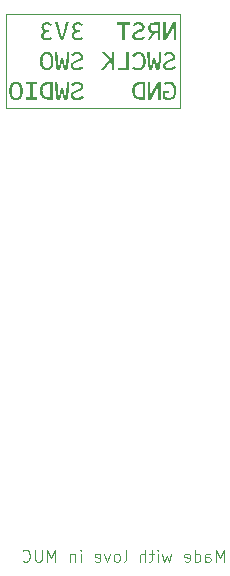
<source format=gbr>
%TF.GenerationSoftware,KiCad,Pcbnew,9.0.4*%
%TF.CreationDate,2025-10-04T20:06:30+02:00*%
%TF.ProjectId,gpsdo,67707364-6f2e-46b6-9963-61645f706362,rev?*%
%TF.SameCoordinates,Original*%
%TF.FileFunction,Legend,Bot*%
%TF.FilePolarity,Positive*%
%FSLAX46Y46*%
G04 Gerber Fmt 4.6, Leading zero omitted, Abs format (unit mm)*
G04 Created by KiCad (PCBNEW 9.0.4) date 2025-10-04 20:06:30*
%MOMM*%
%LPD*%
G01*
G04 APERTURE LIST*
G04 Aperture macros list*
%AMRoundRect*
0 Rectangle with rounded corners*
0 $1 Rounding radius*
0 $2 $3 $4 $5 $6 $7 $8 $9 X,Y pos of 4 corners*
0 Add a 4 corners polygon primitive as box body*
4,1,4,$2,$3,$4,$5,$6,$7,$8,$9,$2,$3,0*
0 Add four circle primitives for the rounded corners*
1,1,$1+$1,$2,$3*
1,1,$1+$1,$4,$5*
1,1,$1+$1,$6,$7*
1,1,$1+$1,$8,$9*
0 Add four rect primitives between the rounded corners*
20,1,$1+$1,$2,$3,$4,$5,0*
20,1,$1+$1,$4,$5,$6,$7,0*
20,1,$1+$1,$6,$7,$8,$9,0*
20,1,$1+$1,$8,$9,$2,$3,0*%
G04 Aperture macros list end*
%ADD10C,0.100000*%
%ADD11C,0.200000*%
%ADD12C,3.600000*%
%ADD13C,5.600000*%
%ADD14R,1.700000X1.700000*%
%ADD15C,1.700000*%
%ADD16RoundRect,0.250000X1.600000X-0.425000X1.600000X0.425000X-1.600000X0.425000X-1.600000X-0.425000X0*%
%ADD17C,0.650000*%
%ADD18O,1.000000X2.100000*%
%ADD19O,1.000000X1.800000*%
%ADD20C,2.540000*%
G04 APERTURE END LIST*
D10*
X115250000Y-87500000D02*
X130000000Y-87500000D01*
X130000000Y-95500000D01*
X115250000Y-95500000D01*
X115250000Y-87500000D01*
D11*
G36*
X129632763Y-88210233D02*
G01*
X129379239Y-88210233D01*
X128771074Y-89347062D01*
X128771074Y-88210233D01*
X128565910Y-88210233D01*
X128565910Y-89705000D01*
X128811099Y-89705000D01*
X129427599Y-88563958D01*
X129427599Y-89705000D01*
X129632763Y-89705000D01*
X129632763Y-88210233D01*
G37*
G36*
X128313852Y-89705000D02*
G01*
X128108688Y-89705000D01*
X128108688Y-89112955D01*
X127848844Y-89112955D01*
X127454269Y-89705000D01*
X127232344Y-89705000D01*
X127232344Y-89684025D01*
X127629117Y-89098392D01*
X127545160Y-89075265D01*
X127475885Y-89042671D01*
X127418995Y-89001157D01*
X127372845Y-88950472D01*
X127326796Y-88870310D01*
X127298142Y-88775977D01*
X127288032Y-88664067D01*
X127288039Y-88663975D01*
X127487517Y-88663975D01*
X127495893Y-88738509D01*
X127519871Y-88801359D01*
X127559324Y-88855126D01*
X127612076Y-88894760D01*
X127683964Y-88920489D01*
X127781158Y-88930047D01*
X128108688Y-88930047D01*
X128108688Y-88397812D01*
X127781158Y-88397812D01*
X127683974Y-88406633D01*
X127611752Y-88430333D01*
X127558579Y-88466516D01*
X127520556Y-88515362D01*
X127496366Y-88579587D01*
X127487517Y-88663975D01*
X127288039Y-88663975D01*
X127296350Y-88557501D01*
X127319693Y-88468717D01*
X127356573Y-88394502D01*
X127406825Y-88332416D01*
X127469122Y-88284352D01*
X127549401Y-88247737D01*
X127651913Y-88223714D01*
X127781982Y-88214904D01*
X128313852Y-88214904D01*
X128313852Y-89705000D01*
G37*
G36*
X127040186Y-89512292D02*
G01*
X126907837Y-89368769D01*
X126811235Y-89443185D01*
X126701024Y-89499652D01*
X126582933Y-89535099D01*
X126464628Y-89546730D01*
X126366717Y-89539251D01*
X126288944Y-89518716D01*
X126227315Y-89487013D01*
X126177710Y-89441590D01*
X126148968Y-89388300D01*
X126139113Y-89324347D01*
X126144301Y-89282958D01*
X126159530Y-89246347D01*
X126185367Y-89213247D01*
X126236754Y-89170736D01*
X126306084Y-89130357D01*
X126470856Y-89060015D01*
X126651474Y-88986651D01*
X126738658Y-88943147D01*
X126816338Y-88894327D01*
X126884182Y-88836428D01*
X126937055Y-88769488D01*
X126962141Y-88719309D01*
X126977742Y-88661457D01*
X126983217Y-88594275D01*
X126977764Y-88528445D01*
X126961947Y-88469416D01*
X126936047Y-88415947D01*
X126881700Y-88344755D01*
X126812399Y-88285887D01*
X126732641Y-88240029D01*
X126645887Y-88207211D01*
X126556122Y-88187313D01*
X126471955Y-88180924D01*
X126378108Y-88187205D01*
X126287585Y-88205909D01*
X126199563Y-88237161D01*
X126116798Y-88280179D01*
X126043038Y-88333425D01*
X125977455Y-88397354D01*
X126114200Y-88525123D01*
X126202765Y-88451694D01*
X126283369Y-88407887D01*
X126369979Y-88383082D01*
X126471314Y-88374364D01*
X126540234Y-88380807D01*
X126611082Y-88400651D01*
X126676529Y-88433023D01*
X126729784Y-88476214D01*
X126756823Y-88511423D01*
X126772682Y-88549783D01*
X126778053Y-88592534D01*
X126772865Y-88635517D01*
X126757661Y-88673596D01*
X126731982Y-88708031D01*
X126680412Y-88752319D01*
X126610532Y-88794035D01*
X126445027Y-88867399D01*
X126265875Y-88942962D01*
X126179588Y-88986062D01*
X126101469Y-89034187D01*
X126032832Y-89091107D01*
X125980020Y-89156919D01*
X125954874Y-89206339D01*
X125939358Y-89262478D01*
X125933949Y-89326820D01*
X125942903Y-89417441D01*
X125968689Y-89496166D01*
X126010979Y-89565444D01*
X126071153Y-89626872D01*
X126141856Y-89673658D01*
X126228853Y-89709019D01*
X126335510Y-89731903D01*
X126465910Y-89740170D01*
X126576287Y-89732837D01*
X126682112Y-89711058D01*
X126784372Y-89674774D01*
X126881967Y-89626437D01*
X126966824Y-89572231D01*
X127040186Y-89512292D01*
G37*
G36*
X125295010Y-89705000D02*
G01*
X125295010Y-88397812D01*
X125740509Y-88397812D01*
X125740509Y-88214904D01*
X124650209Y-88214904D01*
X124650209Y-88397812D01*
X125089846Y-88397812D01*
X125089846Y-89705000D01*
X125295010Y-89705000D01*
G37*
G36*
X120822435Y-89296412D02*
G01*
X120829024Y-89381857D01*
X120848063Y-89458123D01*
X120879038Y-89526763D01*
X120921851Y-89588477D01*
X120974871Y-89640469D01*
X121039139Y-89683476D01*
X121110204Y-89714233D01*
X121191519Y-89733437D01*
X121285061Y-89740170D01*
X121393714Y-89735257D01*
X121484208Y-89721630D01*
X121559193Y-89700695D01*
X121668133Y-89652853D01*
X121780935Y-89584282D01*
X121675972Y-89428761D01*
X121601784Y-89477421D01*
X121519168Y-89519344D01*
X121429402Y-89547433D01*
X121324629Y-89557263D01*
X121228674Y-89547474D01*
X121156294Y-89520851D01*
X121101879Y-89479319D01*
X121060203Y-89423821D01*
X121035825Y-89364012D01*
X121027599Y-89298060D01*
X121037381Y-89227568D01*
X121066112Y-89166242D01*
X121115343Y-89111581D01*
X121177851Y-89071552D01*
X121257023Y-89046014D01*
X121357418Y-89036751D01*
X121470167Y-89036751D01*
X121470167Y-88853844D01*
X121352656Y-88853844D01*
X121254628Y-88844435D01*
X121182244Y-88819162D01*
X121129265Y-88780388D01*
X121089514Y-88727493D01*
X121065358Y-88665341D01*
X121056908Y-88591252D01*
X121065969Y-88520793D01*
X121091236Y-88466414D01*
X121132471Y-88424190D01*
X121185258Y-88393626D01*
X121244865Y-88374971D01*
X121312997Y-88368503D01*
X121390293Y-88377584D01*
X121473464Y-88406330D01*
X121552025Y-88451188D01*
X121623490Y-88511385D01*
X121759961Y-88381142D01*
X121678573Y-88310162D01*
X121591731Y-88255927D01*
X121498565Y-88217236D01*
X121397834Y-88193667D01*
X121287992Y-88185595D01*
X121205279Y-88191222D01*
X121130900Y-88207489D01*
X121063594Y-88233864D01*
X121001911Y-88270901D01*
X120950512Y-88316186D01*
X120908347Y-88370243D01*
X120877385Y-88431226D01*
X120858354Y-88499898D01*
X120851744Y-88577971D01*
X120857525Y-88650799D01*
X120874623Y-88719391D01*
X120903127Y-88784692D01*
X120942315Y-88843877D01*
X120991903Y-88895095D01*
X121052970Y-88938932D01*
X120992050Y-88973629D01*
X120937563Y-89019843D01*
X120888930Y-89078791D01*
X120852110Y-89145224D01*
X120829984Y-89217233D01*
X120822435Y-89296412D01*
G37*
G36*
X120560942Y-88213164D02*
G01*
X120348818Y-88213164D01*
X120259028Y-88598559D01*
X120174520Y-88929773D01*
X120082663Y-89241395D01*
X119989689Y-89501209D01*
X119896784Y-89241399D01*
X119804950Y-88929773D01*
X119720441Y-88598559D01*
X119630652Y-88213164D01*
X119418527Y-88213164D01*
X119530179Y-88678079D01*
X119637979Y-89064228D01*
X119718546Y-89311133D01*
X119799532Y-89523559D01*
X119880512Y-89705000D01*
X120098957Y-89705000D01*
X120178864Y-89523676D01*
X120259460Y-89311249D01*
X120340391Y-89064228D01*
X120448955Y-88678072D01*
X120560942Y-88213164D01*
G37*
G36*
X118219783Y-89296412D02*
G01*
X118226372Y-89381857D01*
X118245411Y-89458123D01*
X118276386Y-89526763D01*
X118319199Y-89588477D01*
X118372220Y-89640469D01*
X118436488Y-89683476D01*
X118507553Y-89714233D01*
X118588868Y-89733437D01*
X118682410Y-89740170D01*
X118791062Y-89735257D01*
X118881556Y-89721630D01*
X118956542Y-89700695D01*
X119065481Y-89652853D01*
X119178284Y-89584282D01*
X119073320Y-89428761D01*
X118999132Y-89477421D01*
X118916516Y-89519344D01*
X118826750Y-89547433D01*
X118721977Y-89557263D01*
X118626022Y-89547474D01*
X118553642Y-89520851D01*
X118499228Y-89479319D01*
X118457552Y-89423821D01*
X118433173Y-89364012D01*
X118424947Y-89298060D01*
X118434729Y-89227568D01*
X118463460Y-89166242D01*
X118512691Y-89111581D01*
X118575199Y-89071552D01*
X118654371Y-89046014D01*
X118754767Y-89036751D01*
X118867515Y-89036751D01*
X118867515Y-88853844D01*
X118750004Y-88853844D01*
X118651976Y-88844435D01*
X118579592Y-88819162D01*
X118526613Y-88780388D01*
X118486862Y-88727493D01*
X118462706Y-88665341D01*
X118454256Y-88591252D01*
X118463318Y-88520793D01*
X118488584Y-88466414D01*
X118529819Y-88424190D01*
X118582607Y-88393626D01*
X118642213Y-88374971D01*
X118710345Y-88368503D01*
X118787642Y-88377584D01*
X118870812Y-88406330D01*
X118949374Y-88451188D01*
X119020839Y-88511385D01*
X119157309Y-88381142D01*
X119075921Y-88310162D01*
X118989080Y-88255927D01*
X118895913Y-88217236D01*
X118795182Y-88193667D01*
X118685341Y-88185595D01*
X118602627Y-88191222D01*
X118528249Y-88207489D01*
X118460942Y-88233864D01*
X118399259Y-88270901D01*
X118347861Y-88316186D01*
X118305696Y-88370243D01*
X118274734Y-88431226D01*
X118255702Y-88499898D01*
X118249092Y-88577971D01*
X118254873Y-88650799D01*
X118271971Y-88719391D01*
X118300475Y-88784692D01*
X118339663Y-88843877D01*
X118389252Y-88895095D01*
X118450318Y-88938932D01*
X118389399Y-88973629D01*
X118334912Y-89019843D01*
X118286278Y-89078791D01*
X118249458Y-89145224D01*
X118227332Y-89217233D01*
X118219783Y-89296412D01*
G37*
G36*
X129642838Y-92032292D02*
G01*
X129510489Y-91888769D01*
X129413887Y-91963185D01*
X129303676Y-92019652D01*
X129185585Y-92055099D01*
X129067280Y-92066730D01*
X128969369Y-92059251D01*
X128891596Y-92038716D01*
X128829967Y-92007013D01*
X128780361Y-91961590D01*
X128751620Y-91908300D01*
X128741765Y-91844347D01*
X128746953Y-91802958D01*
X128762182Y-91766347D01*
X128788019Y-91733247D01*
X128839406Y-91690736D01*
X128908736Y-91650357D01*
X129073508Y-91580015D01*
X129254125Y-91506651D01*
X129341310Y-91463147D01*
X129418989Y-91414327D01*
X129486833Y-91356428D01*
X129539706Y-91289488D01*
X129564793Y-91239309D01*
X129580394Y-91181457D01*
X129585868Y-91114275D01*
X129580416Y-91048445D01*
X129564599Y-90989416D01*
X129538699Y-90935947D01*
X129484352Y-90864755D01*
X129415051Y-90805887D01*
X129335292Y-90760029D01*
X129248538Y-90727211D01*
X129158774Y-90707313D01*
X129074607Y-90700924D01*
X128980760Y-90707205D01*
X128890236Y-90725909D01*
X128802215Y-90757161D01*
X128719449Y-90800179D01*
X128645690Y-90853425D01*
X128580107Y-90917354D01*
X128716852Y-91045123D01*
X128805417Y-90971694D01*
X128886021Y-90927887D01*
X128972631Y-90903082D01*
X129073966Y-90894364D01*
X129142885Y-90900807D01*
X129213734Y-90920651D01*
X129279181Y-90953023D01*
X129332436Y-90996214D01*
X129359475Y-91031423D01*
X129375333Y-91069783D01*
X129380704Y-91112534D01*
X129375517Y-91155517D01*
X129360313Y-91193596D01*
X129334634Y-91228031D01*
X129283064Y-91272319D01*
X129213184Y-91314035D01*
X129047679Y-91387399D01*
X128868527Y-91462962D01*
X128782240Y-91506062D01*
X128704121Y-91554187D01*
X128635483Y-91611107D01*
X128582671Y-91676919D01*
X128557526Y-91726339D01*
X128542010Y-91782478D01*
X128536601Y-91846820D01*
X128545555Y-91937441D01*
X128571341Y-92016166D01*
X128613631Y-92085444D01*
X128673804Y-92146872D01*
X128744507Y-92193658D01*
X128831505Y-92229019D01*
X128938161Y-92251903D01*
X129068562Y-92260170D01*
X129178938Y-92252837D01*
X129284764Y-92231058D01*
X129387024Y-92194774D01*
X129484619Y-92146437D01*
X129569476Y-92092231D01*
X129642838Y-92032292D01*
G37*
G36*
X128387124Y-90730233D02*
G01*
X128177198Y-90730233D01*
X128176977Y-91116664D01*
X128160437Y-91444002D01*
X128128772Y-91751953D01*
X128089087Y-92001884D01*
X127885480Y-91229221D01*
X127704954Y-91229221D01*
X127501347Y-91999777D01*
X127464316Y-91749991D01*
X127434760Y-91442903D01*
X127417374Y-91116306D01*
X127411130Y-90730233D01*
X127205966Y-90730233D01*
X127211053Y-91060949D01*
X127225406Y-91349459D01*
X127247732Y-91599707D01*
X127280772Y-91849984D01*
X127317991Y-92056551D01*
X127358282Y-92225000D01*
X127633605Y-92225000D01*
X127795263Y-91570307D01*
X127956830Y-92225000D01*
X128231786Y-92225000D01*
X128272006Y-92056548D01*
X128309622Y-91849971D01*
X128343619Y-91599707D01*
X128366873Y-91349471D01*
X128381825Y-91060969D01*
X128387124Y-90730233D01*
G37*
G36*
X126430098Y-92260170D02*
G01*
X126561484Y-92249265D01*
X126675320Y-92218087D01*
X126774755Y-92167755D01*
X126861787Y-92098238D01*
X126934891Y-92010500D01*
X126994665Y-91901958D01*
X127035790Y-91783959D01*
X127061898Y-91646691D01*
X127071144Y-91486867D01*
X127063751Y-91334513D01*
X127042887Y-91203143D01*
X127010169Y-91090001D01*
X126966687Y-90992646D01*
X126912966Y-90909019D01*
X126844651Y-90834052D01*
X126767844Y-90776661D01*
X126681432Y-90735358D01*
X126583598Y-90709822D01*
X126471955Y-90700924D01*
X126344296Y-90710935D01*
X126239608Y-90738835D01*
X126153585Y-90782623D01*
X126079144Y-90844331D01*
X126012079Y-90928085D01*
X125952451Y-91038071D01*
X126122535Y-91122335D01*
X126166314Y-91048515D01*
X126213252Y-90991029D01*
X126263311Y-90947487D01*
X126320582Y-90915538D01*
X126388329Y-90895569D01*
X126469024Y-90888503D01*
X126558425Y-90898634D01*
X126635190Y-90927861D01*
X126702193Y-90976319D01*
X126761017Y-91046589D01*
X126804062Y-91126570D01*
X126836928Y-91224248D01*
X126858275Y-91343030D01*
X126865980Y-91486867D01*
X126857616Y-91626669D01*
X126834348Y-91742617D01*
X126798262Y-91838580D01*
X126750484Y-91917803D01*
X126686995Y-91985715D01*
X126614070Y-92033343D01*
X126529841Y-92062439D01*
X126431289Y-92072592D01*
X126321535Y-92063816D01*
X126227590Y-92038886D01*
X126139732Y-91995628D01*
X126046973Y-91927237D01*
X125927263Y-92080927D01*
X126005454Y-92140479D01*
X126081765Y-92185854D01*
X126156699Y-92218497D01*
X126235263Y-92240897D01*
X126325805Y-92255138D01*
X126430098Y-92260170D01*
G37*
G36*
X124714689Y-92042092D02*
G01*
X124714689Y-92225000D01*
X125634996Y-92225000D01*
X125634996Y-90733164D01*
X125429832Y-90733164D01*
X125429832Y-92042092D01*
X124714689Y-92042092D01*
G37*
G36*
X123567236Y-92225000D02*
G01*
X124079963Y-91568108D01*
X124187124Y-91702839D01*
X124187124Y-92225000D01*
X124392288Y-92225000D01*
X124392288Y-90730233D01*
X124187124Y-90730233D01*
X124187124Y-91385018D01*
X123626129Y-90730233D01*
X123392847Y-90730233D01*
X123392847Y-90751299D01*
X123953842Y-91408099D01*
X123322505Y-92203934D01*
X123322505Y-92225000D01*
X123567236Y-92225000D01*
G37*
G36*
X121834883Y-92032292D02*
G01*
X121702534Y-91888769D01*
X121605932Y-91963185D01*
X121495721Y-92019652D01*
X121377630Y-92055099D01*
X121259324Y-92066730D01*
X121161414Y-92059251D01*
X121083641Y-92038716D01*
X121022012Y-92007013D01*
X120972406Y-91961590D01*
X120943665Y-91908300D01*
X120933810Y-91844347D01*
X120938997Y-91802958D01*
X120954227Y-91766347D01*
X120980063Y-91733247D01*
X121031451Y-91690736D01*
X121100780Y-91650357D01*
X121265553Y-91580015D01*
X121446170Y-91506651D01*
X121533354Y-91463147D01*
X121611034Y-91414327D01*
X121678878Y-91356428D01*
X121731751Y-91289488D01*
X121756837Y-91239309D01*
X121772439Y-91181457D01*
X121777913Y-91114275D01*
X121772461Y-91048445D01*
X121756644Y-90989416D01*
X121730744Y-90935947D01*
X121676397Y-90864755D01*
X121607096Y-90805887D01*
X121527337Y-90760029D01*
X121440583Y-90727211D01*
X121350819Y-90707313D01*
X121266652Y-90700924D01*
X121172805Y-90707205D01*
X121082281Y-90725909D01*
X120994260Y-90757161D01*
X120911494Y-90800179D01*
X120837735Y-90853425D01*
X120772151Y-90917354D01*
X120908897Y-91045123D01*
X120997462Y-90971694D01*
X121078066Y-90927887D01*
X121164676Y-90903082D01*
X121266010Y-90894364D01*
X121334930Y-90900807D01*
X121405778Y-90920651D01*
X121471226Y-90953023D01*
X121524480Y-90996214D01*
X121551520Y-91031423D01*
X121567378Y-91069783D01*
X121572749Y-91112534D01*
X121567562Y-91155517D01*
X121552357Y-91193596D01*
X121526679Y-91228031D01*
X121475109Y-91272319D01*
X121405229Y-91314035D01*
X121239724Y-91387399D01*
X121060572Y-91462962D01*
X120974285Y-91506062D01*
X120896166Y-91554187D01*
X120827528Y-91611107D01*
X120774716Y-91676919D01*
X120749571Y-91726339D01*
X120734054Y-91782478D01*
X120728646Y-91846820D01*
X120737599Y-91937441D01*
X120763385Y-92016166D01*
X120805676Y-92085444D01*
X120865849Y-92146872D01*
X120936552Y-92193658D01*
X121023550Y-92229019D01*
X121130206Y-92251903D01*
X121260607Y-92260170D01*
X121370983Y-92252837D01*
X121476808Y-92231058D01*
X121579069Y-92194774D01*
X121676664Y-92146437D01*
X121761520Y-92092231D01*
X121834883Y-92032292D01*
G37*
G36*
X120579169Y-90730233D02*
G01*
X120369242Y-90730233D01*
X120369022Y-91116664D01*
X120352481Y-91444002D01*
X120320817Y-91751953D01*
X120281132Y-92001884D01*
X120077525Y-91229221D01*
X119896999Y-91229221D01*
X119693392Y-91999777D01*
X119656361Y-91749991D01*
X119626805Y-91442903D01*
X119609418Y-91116306D01*
X119603175Y-90730233D01*
X119398011Y-90730233D01*
X119403097Y-91060949D01*
X119417451Y-91349459D01*
X119439776Y-91599707D01*
X119472816Y-91849984D01*
X119510036Y-92056551D01*
X119550327Y-92225000D01*
X119825649Y-92225000D01*
X119987308Y-91570307D01*
X120148874Y-92225000D01*
X120423831Y-92225000D01*
X120464051Y-92056548D01*
X120501667Y-91849971D01*
X120535663Y-91599707D01*
X120558918Y-91349471D01*
X120573870Y-91060969D01*
X120579169Y-90730233D01*
G37*
G36*
X118793601Y-90708138D02*
G01*
X118880420Y-90728518D01*
X118954618Y-90760825D01*
X119021897Y-90805879D01*
X119079978Y-90861267D01*
X119129557Y-90927887D01*
X119169432Y-91001456D01*
X119202019Y-91083786D01*
X119227010Y-91175915D01*
X119249498Y-91319979D01*
X119257327Y-91480547D01*
X119249499Y-91641208D01*
X119227010Y-91785362D01*
X119202022Y-91877431D01*
X119169436Y-91959731D01*
X119129557Y-92033299D01*
X119079987Y-92099868D01*
X119021906Y-92155259D01*
X118954618Y-92200362D01*
X118880426Y-92232617D01*
X118793606Y-92252967D01*
X118691660Y-92260170D01*
X118588342Y-92252935D01*
X118500899Y-92232555D01*
X118426687Y-92200362D01*
X118359412Y-92155212D01*
X118301681Y-92099821D01*
X118252756Y-92033299D01*
X118196504Y-91919808D01*
X118156402Y-91785362D01*
X118133846Y-91641205D01*
X118125994Y-91480547D01*
X118331158Y-91480547D01*
X118335202Y-91596684D01*
X118347003Y-91705220D01*
X118369151Y-91808240D01*
X118401775Y-91895180D01*
X118431796Y-91947194D01*
X118468233Y-91990249D01*
X118511409Y-92025331D01*
X118560592Y-92050736D01*
X118619902Y-92066838D01*
X118691660Y-92072592D01*
X118763415Y-92066817D01*
X118822356Y-92050699D01*
X118870904Y-92025331D01*
X118932452Y-91969897D01*
X118980539Y-91895180D01*
X119013947Y-91808178D01*
X119036409Y-91705220D01*
X119048142Y-91596687D01*
X119052163Y-91480547D01*
X119048133Y-91364607D01*
X119036409Y-91256974D01*
X119013982Y-91154898D01*
X118980539Y-91068021D01*
X118932499Y-90993103D01*
X118870904Y-90936863D01*
X118822279Y-90910874D01*
X118763341Y-90894398D01*
X118691660Y-90888503D01*
X118619975Y-90894378D01*
X118560668Y-90910837D01*
X118511409Y-90936863D01*
X118449158Y-90993231D01*
X118401775Y-91068021D01*
X118369117Y-91154837D01*
X118347003Y-91256974D01*
X118335211Y-91364609D01*
X118331158Y-91480547D01*
X118125994Y-91480547D01*
X118133846Y-91319982D01*
X118156402Y-91175915D01*
X118196508Y-91041390D01*
X118252756Y-90927887D01*
X118301690Y-90861314D01*
X118359422Y-90805926D01*
X118426687Y-90760825D01*
X118500905Y-90728580D01*
X118588348Y-90708170D01*
X118691660Y-90700924D01*
X118793601Y-90708138D01*
G37*
G36*
X129080927Y-94034528D02*
G01*
X128542463Y-94034528D01*
X128542463Y-94613475D01*
X128617980Y-94669050D01*
X128691456Y-94711315D01*
X128763381Y-94741611D01*
X128880371Y-94769936D01*
X129024232Y-94780170D01*
X129156178Y-94769261D01*
X129270468Y-94738077D01*
X129370263Y-94687755D01*
X129457719Y-94618207D01*
X129531152Y-94530461D01*
X129591181Y-94421958D01*
X129632457Y-94303944D01*
X129658657Y-94166676D01*
X129667934Y-94006867D01*
X129660342Y-93854787D01*
X129638904Y-93723556D01*
X129605241Y-93610410D01*
X129560419Y-93512911D01*
X129504902Y-93429019D01*
X129435155Y-93355559D01*
X129354169Y-93298367D01*
X129260348Y-93256495D01*
X129151313Y-93230199D01*
X129024049Y-93220924D01*
X128891291Y-93229993D01*
X128776844Y-93255729D01*
X128672517Y-93296757D01*
X128590640Y-93345305D01*
X128684795Y-93494965D01*
X128764626Y-93451582D01*
X128853415Y-93425630D01*
X128944157Y-93412511D01*
X129020019Y-93408503D01*
X129112751Y-93415717D01*
X129190518Y-93436018D01*
X129255985Y-93468176D01*
X129311182Y-93512071D01*
X129357349Y-93568695D01*
X129400792Y-93649801D01*
X129433788Y-93747701D01*
X129455108Y-93865515D01*
X129462770Y-94006867D01*
X129454346Y-94145353D01*
X129430851Y-94260782D01*
X129394293Y-94356863D01*
X129345717Y-94436704D01*
X129281427Y-94505149D01*
X129207810Y-94553115D01*
X129123015Y-94582388D01*
X129024049Y-94592592D01*
X128921718Y-94584753D01*
X128830183Y-94562083D01*
X128747627Y-94525181D01*
X128747627Y-94217435D01*
X129080927Y-94217435D01*
X129080927Y-94034528D01*
G37*
G36*
X128331437Y-93250233D02*
G01*
X128077913Y-93250233D01*
X127469748Y-94387062D01*
X127469748Y-93250233D01*
X127264584Y-93250233D01*
X127264584Y-94745000D01*
X127509774Y-94745000D01*
X128126273Y-93603958D01*
X128126273Y-94745000D01*
X128331437Y-94745000D01*
X128331437Y-93250233D01*
G37*
G36*
X127012526Y-94745000D02*
G01*
X126599084Y-94745000D01*
X126494302Y-94738643D01*
X126400552Y-94720346D01*
X126316319Y-94690896D01*
X126240321Y-94650569D01*
X126171023Y-94598886D01*
X126110241Y-94537025D01*
X126057474Y-94464102D01*
X126012626Y-94378818D01*
X125970327Y-94258110D01*
X125943465Y-94117553D01*
X125933949Y-93953744D01*
X125933954Y-93953653D01*
X126139113Y-93953653D01*
X126144355Y-94060767D01*
X126160179Y-94168434D01*
X126189054Y-94271997D01*
X126232719Y-94365263D01*
X126271264Y-94420930D01*
X126317958Y-94468443D01*
X126373495Y-94508420D01*
X126435196Y-94537186D01*
X126509569Y-94555526D01*
X126599358Y-94562092D01*
X126807362Y-94562092D01*
X126807362Y-93437812D01*
X126586719Y-93437812D01*
X126486708Y-93446697D01*
X126400725Y-93472073D01*
X126326121Y-93513122D01*
X126261021Y-93570527D01*
X126210251Y-93639725D01*
X126172290Y-93724372D01*
X126147896Y-93827674D01*
X126139113Y-93953653D01*
X125933954Y-93953653D01*
X125940561Y-93824156D01*
X125958969Y-93715728D01*
X125987438Y-93625299D01*
X126028629Y-93540078D01*
X126077285Y-93468967D01*
X126133343Y-93410243D01*
X126197789Y-93360583D01*
X126267188Y-93321217D01*
X126342171Y-93291724D01*
X126460777Y-93264214D01*
X126586536Y-93254904D01*
X127012526Y-93254904D01*
X127012526Y-94745000D01*
G37*
G36*
X121834883Y-94552292D02*
G01*
X121702534Y-94408769D01*
X121605932Y-94483185D01*
X121495721Y-94539652D01*
X121377630Y-94575099D01*
X121259324Y-94586730D01*
X121161414Y-94579251D01*
X121083641Y-94558716D01*
X121022012Y-94527013D01*
X120972406Y-94481590D01*
X120943665Y-94428300D01*
X120933810Y-94364347D01*
X120938997Y-94322958D01*
X120954227Y-94286347D01*
X120980063Y-94253247D01*
X121031451Y-94210736D01*
X121100780Y-94170357D01*
X121265553Y-94100015D01*
X121446170Y-94026651D01*
X121533354Y-93983147D01*
X121611034Y-93934327D01*
X121678878Y-93876428D01*
X121731751Y-93809488D01*
X121756837Y-93759309D01*
X121772439Y-93701457D01*
X121777913Y-93634275D01*
X121772461Y-93568445D01*
X121756644Y-93509416D01*
X121730744Y-93455947D01*
X121676397Y-93384755D01*
X121607096Y-93325887D01*
X121527337Y-93280029D01*
X121440583Y-93247211D01*
X121350819Y-93227313D01*
X121266652Y-93220924D01*
X121172805Y-93227205D01*
X121082281Y-93245909D01*
X120994260Y-93277161D01*
X120911494Y-93320179D01*
X120837735Y-93373425D01*
X120772151Y-93437354D01*
X120908897Y-93565123D01*
X120997462Y-93491694D01*
X121078066Y-93447887D01*
X121164676Y-93423082D01*
X121266010Y-93414364D01*
X121334930Y-93420807D01*
X121405778Y-93440651D01*
X121471226Y-93473023D01*
X121524480Y-93516214D01*
X121551520Y-93551423D01*
X121567378Y-93589783D01*
X121572749Y-93632534D01*
X121567562Y-93675517D01*
X121552357Y-93713596D01*
X121526679Y-93748031D01*
X121475109Y-93792319D01*
X121405229Y-93834035D01*
X121239724Y-93907399D01*
X121060572Y-93982962D01*
X120974285Y-94026062D01*
X120896166Y-94074187D01*
X120827528Y-94131107D01*
X120774716Y-94196919D01*
X120749571Y-94246339D01*
X120734054Y-94302478D01*
X120728646Y-94366820D01*
X120737599Y-94457441D01*
X120763385Y-94536166D01*
X120805676Y-94605444D01*
X120865849Y-94666872D01*
X120936552Y-94713658D01*
X121023550Y-94749019D01*
X121130206Y-94771903D01*
X121260607Y-94780170D01*
X121370983Y-94772837D01*
X121476808Y-94751058D01*
X121579069Y-94714774D01*
X121676664Y-94666437D01*
X121761520Y-94612231D01*
X121834883Y-94552292D01*
G37*
G36*
X120579169Y-93250233D02*
G01*
X120369242Y-93250233D01*
X120369022Y-93636664D01*
X120352481Y-93964002D01*
X120320817Y-94271953D01*
X120281132Y-94521884D01*
X120077525Y-93749221D01*
X119896999Y-93749221D01*
X119693392Y-94519777D01*
X119656361Y-94269991D01*
X119626805Y-93962903D01*
X119609418Y-93636306D01*
X119603175Y-93250233D01*
X119398011Y-93250233D01*
X119403097Y-93580949D01*
X119417451Y-93869459D01*
X119439776Y-94119707D01*
X119472816Y-94369984D01*
X119510036Y-94576551D01*
X119550327Y-94745000D01*
X119825649Y-94745000D01*
X119987308Y-94090307D01*
X120148874Y-94745000D01*
X120423831Y-94745000D01*
X120464051Y-94576548D01*
X120501667Y-94369971D01*
X120535663Y-94119707D01*
X120558918Y-93869471D01*
X120573870Y-93580969D01*
X120579169Y-93250233D01*
G37*
G36*
X119204570Y-94745000D02*
G01*
X118791128Y-94745000D01*
X118686347Y-94738643D01*
X118592597Y-94720346D01*
X118508364Y-94690896D01*
X118432366Y-94650569D01*
X118363068Y-94598886D01*
X118302286Y-94537025D01*
X118249518Y-94464102D01*
X118204671Y-94378818D01*
X118162371Y-94258110D01*
X118135510Y-94117553D01*
X118125994Y-93953744D01*
X118125999Y-93953653D01*
X118331158Y-93953653D01*
X118336400Y-94060767D01*
X118352224Y-94168434D01*
X118381098Y-94271997D01*
X118424764Y-94365263D01*
X118463309Y-94420930D01*
X118510003Y-94468443D01*
X118565539Y-94508420D01*
X118627241Y-94537186D01*
X118701614Y-94555526D01*
X118791403Y-94562092D01*
X118999406Y-94562092D01*
X118999406Y-93437812D01*
X118778763Y-93437812D01*
X118678753Y-93446697D01*
X118592770Y-93472073D01*
X118518165Y-93513122D01*
X118453066Y-93570527D01*
X118402295Y-93639725D01*
X118364334Y-93724372D01*
X118339940Y-93827674D01*
X118331158Y-93953653D01*
X118125999Y-93953653D01*
X118132605Y-93824156D01*
X118151013Y-93715728D01*
X118179483Y-93625299D01*
X118220674Y-93540078D01*
X118269330Y-93468967D01*
X118325388Y-93410243D01*
X118389833Y-93360583D01*
X118459232Y-93321217D01*
X118534215Y-93291724D01*
X118652822Y-93264214D01*
X118778580Y-93254904D01*
X119204570Y-93254904D01*
X119204570Y-94745000D01*
G37*
G36*
X116924319Y-94745000D02*
G01*
X117850488Y-94745000D01*
X117850488Y-94562092D01*
X117492916Y-94562092D01*
X117492916Y-93437812D01*
X117838764Y-93437812D01*
X117838764Y-93254904D01*
X116936043Y-93254904D01*
X116936043Y-93437812D01*
X117287752Y-93437812D01*
X117287752Y-94562092D01*
X116924319Y-94562092D01*
X116924319Y-94745000D01*
G37*
G36*
X116190949Y-93228138D02*
G01*
X116277768Y-93248518D01*
X116351967Y-93280825D01*
X116419245Y-93325879D01*
X116477326Y-93381267D01*
X116526905Y-93447887D01*
X116566780Y-93521456D01*
X116599367Y-93603786D01*
X116624358Y-93695915D01*
X116646847Y-93839979D01*
X116654675Y-94000547D01*
X116646847Y-94161208D01*
X116624358Y-94305362D01*
X116599370Y-94397431D01*
X116566784Y-94479731D01*
X116526905Y-94553299D01*
X116477335Y-94619868D01*
X116419255Y-94675259D01*
X116351967Y-94720362D01*
X116277774Y-94752617D01*
X116190955Y-94772967D01*
X116089009Y-94780170D01*
X115985691Y-94772935D01*
X115898247Y-94752555D01*
X115824036Y-94720362D01*
X115756760Y-94675212D01*
X115699029Y-94619821D01*
X115650104Y-94553299D01*
X115593852Y-94439808D01*
X115553750Y-94305362D01*
X115531194Y-94161205D01*
X115523342Y-94000547D01*
X115728506Y-94000547D01*
X115732550Y-94116684D01*
X115744351Y-94225220D01*
X115766499Y-94328240D01*
X115799123Y-94415180D01*
X115829145Y-94467194D01*
X115865581Y-94510249D01*
X115908757Y-94545331D01*
X115957941Y-94570736D01*
X116017250Y-94586838D01*
X116089009Y-94592592D01*
X116160764Y-94586817D01*
X116219704Y-94570699D01*
X116268252Y-94545331D01*
X116329800Y-94489897D01*
X116377887Y-94415180D01*
X116411295Y-94328178D01*
X116433757Y-94225220D01*
X116445490Y-94116687D01*
X116449511Y-94000547D01*
X116445481Y-93884607D01*
X116433757Y-93776974D01*
X116411330Y-93674898D01*
X116377887Y-93588021D01*
X116329847Y-93513103D01*
X116268252Y-93456863D01*
X116219627Y-93430874D01*
X116160689Y-93414398D01*
X116089009Y-93408503D01*
X116017323Y-93414378D01*
X115958017Y-93430837D01*
X115908757Y-93456863D01*
X115846506Y-93513231D01*
X115799123Y-93588021D01*
X115766465Y-93674837D01*
X115744351Y-93776974D01*
X115732559Y-93884609D01*
X115728506Y-94000547D01*
X115523342Y-94000547D01*
X115531194Y-93839982D01*
X115553750Y-93695915D01*
X115593856Y-93561390D01*
X115650104Y-93447887D01*
X115699038Y-93381314D01*
X115756770Y-93325926D01*
X115824036Y-93280825D01*
X115898253Y-93248580D01*
X115985696Y-93228170D01*
X116089009Y-93220924D01*
X116190949Y-93228138D01*
G37*
D10*
X133696115Y-133872419D02*
X133696115Y-132872419D01*
X133696115Y-132872419D02*
X133362782Y-133586704D01*
X133362782Y-133586704D02*
X133029449Y-132872419D01*
X133029449Y-132872419D02*
X133029449Y-133872419D01*
X132124687Y-133872419D02*
X132124687Y-133348609D01*
X132124687Y-133348609D02*
X132172306Y-133253371D01*
X132172306Y-133253371D02*
X132267544Y-133205752D01*
X132267544Y-133205752D02*
X132458020Y-133205752D01*
X132458020Y-133205752D02*
X132553258Y-133253371D01*
X132124687Y-133824800D02*
X132219925Y-133872419D01*
X132219925Y-133872419D02*
X132458020Y-133872419D01*
X132458020Y-133872419D02*
X132553258Y-133824800D01*
X132553258Y-133824800D02*
X132600877Y-133729561D01*
X132600877Y-133729561D02*
X132600877Y-133634323D01*
X132600877Y-133634323D02*
X132553258Y-133539085D01*
X132553258Y-133539085D02*
X132458020Y-133491466D01*
X132458020Y-133491466D02*
X132219925Y-133491466D01*
X132219925Y-133491466D02*
X132124687Y-133443847D01*
X131219925Y-133872419D02*
X131219925Y-132872419D01*
X131219925Y-133824800D02*
X131315163Y-133872419D01*
X131315163Y-133872419D02*
X131505639Y-133872419D01*
X131505639Y-133872419D02*
X131600877Y-133824800D01*
X131600877Y-133824800D02*
X131648496Y-133777180D01*
X131648496Y-133777180D02*
X131696115Y-133681942D01*
X131696115Y-133681942D02*
X131696115Y-133396228D01*
X131696115Y-133396228D02*
X131648496Y-133300990D01*
X131648496Y-133300990D02*
X131600877Y-133253371D01*
X131600877Y-133253371D02*
X131505639Y-133205752D01*
X131505639Y-133205752D02*
X131315163Y-133205752D01*
X131315163Y-133205752D02*
X131219925Y-133253371D01*
X130362782Y-133824800D02*
X130458020Y-133872419D01*
X130458020Y-133872419D02*
X130648496Y-133872419D01*
X130648496Y-133872419D02*
X130743734Y-133824800D01*
X130743734Y-133824800D02*
X130791353Y-133729561D01*
X130791353Y-133729561D02*
X130791353Y-133348609D01*
X130791353Y-133348609D02*
X130743734Y-133253371D01*
X130743734Y-133253371D02*
X130648496Y-133205752D01*
X130648496Y-133205752D02*
X130458020Y-133205752D01*
X130458020Y-133205752D02*
X130362782Y-133253371D01*
X130362782Y-133253371D02*
X130315163Y-133348609D01*
X130315163Y-133348609D02*
X130315163Y-133443847D01*
X130315163Y-133443847D02*
X130791353Y-133539085D01*
X129219924Y-133205752D02*
X129029448Y-133872419D01*
X129029448Y-133872419D02*
X128838972Y-133396228D01*
X128838972Y-133396228D02*
X128648496Y-133872419D01*
X128648496Y-133872419D02*
X128458020Y-133205752D01*
X128077067Y-133872419D02*
X128077067Y-133205752D01*
X128077067Y-132872419D02*
X128124686Y-132920038D01*
X128124686Y-132920038D02*
X128077067Y-132967657D01*
X128077067Y-132967657D02*
X128029448Y-132920038D01*
X128029448Y-132920038D02*
X128077067Y-132872419D01*
X128077067Y-132872419D02*
X128077067Y-132967657D01*
X127743734Y-133205752D02*
X127362782Y-133205752D01*
X127600877Y-132872419D02*
X127600877Y-133729561D01*
X127600877Y-133729561D02*
X127553258Y-133824800D01*
X127553258Y-133824800D02*
X127458020Y-133872419D01*
X127458020Y-133872419D02*
X127362782Y-133872419D01*
X127029448Y-133872419D02*
X127029448Y-132872419D01*
X126600877Y-133872419D02*
X126600877Y-133348609D01*
X126600877Y-133348609D02*
X126648496Y-133253371D01*
X126648496Y-133253371D02*
X126743734Y-133205752D01*
X126743734Y-133205752D02*
X126886591Y-133205752D01*
X126886591Y-133205752D02*
X126981829Y-133253371D01*
X126981829Y-133253371D02*
X127029448Y-133300990D01*
X125219924Y-133872419D02*
X125315162Y-133824800D01*
X125315162Y-133824800D02*
X125362781Y-133729561D01*
X125362781Y-133729561D02*
X125362781Y-132872419D01*
X124696114Y-133872419D02*
X124791352Y-133824800D01*
X124791352Y-133824800D02*
X124838971Y-133777180D01*
X124838971Y-133777180D02*
X124886590Y-133681942D01*
X124886590Y-133681942D02*
X124886590Y-133396228D01*
X124886590Y-133396228D02*
X124838971Y-133300990D01*
X124838971Y-133300990D02*
X124791352Y-133253371D01*
X124791352Y-133253371D02*
X124696114Y-133205752D01*
X124696114Y-133205752D02*
X124553257Y-133205752D01*
X124553257Y-133205752D02*
X124458019Y-133253371D01*
X124458019Y-133253371D02*
X124410400Y-133300990D01*
X124410400Y-133300990D02*
X124362781Y-133396228D01*
X124362781Y-133396228D02*
X124362781Y-133681942D01*
X124362781Y-133681942D02*
X124410400Y-133777180D01*
X124410400Y-133777180D02*
X124458019Y-133824800D01*
X124458019Y-133824800D02*
X124553257Y-133872419D01*
X124553257Y-133872419D02*
X124696114Y-133872419D01*
X124029447Y-133205752D02*
X123791352Y-133872419D01*
X123791352Y-133872419D02*
X123553257Y-133205752D01*
X122791352Y-133824800D02*
X122886590Y-133872419D01*
X122886590Y-133872419D02*
X123077066Y-133872419D01*
X123077066Y-133872419D02*
X123172304Y-133824800D01*
X123172304Y-133824800D02*
X123219923Y-133729561D01*
X123219923Y-133729561D02*
X123219923Y-133348609D01*
X123219923Y-133348609D02*
X123172304Y-133253371D01*
X123172304Y-133253371D02*
X123077066Y-133205752D01*
X123077066Y-133205752D02*
X122886590Y-133205752D01*
X122886590Y-133205752D02*
X122791352Y-133253371D01*
X122791352Y-133253371D02*
X122743733Y-133348609D01*
X122743733Y-133348609D02*
X122743733Y-133443847D01*
X122743733Y-133443847D02*
X123219923Y-133539085D01*
X121553256Y-133872419D02*
X121553256Y-133205752D01*
X121553256Y-132872419D02*
X121600875Y-132920038D01*
X121600875Y-132920038D02*
X121553256Y-132967657D01*
X121553256Y-132967657D02*
X121505637Y-132920038D01*
X121505637Y-132920038D02*
X121553256Y-132872419D01*
X121553256Y-132872419D02*
X121553256Y-132967657D01*
X121077066Y-133205752D02*
X121077066Y-133872419D01*
X121077066Y-133300990D02*
X121029447Y-133253371D01*
X121029447Y-133253371D02*
X120934209Y-133205752D01*
X120934209Y-133205752D02*
X120791352Y-133205752D01*
X120791352Y-133205752D02*
X120696114Y-133253371D01*
X120696114Y-133253371D02*
X120648495Y-133348609D01*
X120648495Y-133348609D02*
X120648495Y-133872419D01*
X119410399Y-133872419D02*
X119410399Y-132872419D01*
X119410399Y-132872419D02*
X119077066Y-133586704D01*
X119077066Y-133586704D02*
X118743733Y-132872419D01*
X118743733Y-132872419D02*
X118743733Y-133872419D01*
X118267542Y-132872419D02*
X118267542Y-133681942D01*
X118267542Y-133681942D02*
X118219923Y-133777180D01*
X118219923Y-133777180D02*
X118172304Y-133824800D01*
X118172304Y-133824800D02*
X118077066Y-133872419D01*
X118077066Y-133872419D02*
X117886590Y-133872419D01*
X117886590Y-133872419D02*
X117791352Y-133824800D01*
X117791352Y-133824800D02*
X117743733Y-133777180D01*
X117743733Y-133777180D02*
X117696114Y-133681942D01*
X117696114Y-133681942D02*
X117696114Y-132872419D01*
X116648495Y-133777180D02*
X116696114Y-133824800D01*
X116696114Y-133824800D02*
X116838971Y-133872419D01*
X116838971Y-133872419D02*
X116934209Y-133872419D01*
X116934209Y-133872419D02*
X117077066Y-133824800D01*
X117077066Y-133824800D02*
X117172304Y-133729561D01*
X117172304Y-133729561D02*
X117219923Y-133634323D01*
X117219923Y-133634323D02*
X117267542Y-133443847D01*
X117267542Y-133443847D02*
X117267542Y-133300990D01*
X117267542Y-133300990D02*
X117219923Y-133110514D01*
X117219923Y-133110514D02*
X117172304Y-133015276D01*
X117172304Y-133015276D02*
X117077066Y-132920038D01*
X117077066Y-132920038D02*
X116934209Y-132872419D01*
X116934209Y-132872419D02*
X116838971Y-132872419D01*
X116838971Y-132872419D02*
X116696114Y-132920038D01*
X116696114Y-132920038D02*
X116648495Y-132967657D01*
%LPC*%
D12*
%TO.C,REF\u002A\u002A*%
X112750000Y-69750000D03*
D13*
X112750000Y-69750000D03*
%TD*%
D14*
%TO.C,J1*%
X111250000Y-98475000D03*
D15*
X111250000Y-101015000D03*
%TD*%
D14*
%TO.C,J7*%
X119750000Y-68250000D03*
D15*
X122290000Y-68250000D03*
X124830000Y-68250000D03*
X127370000Y-68250000D03*
X129910000Y-68250000D03*
%TD*%
D16*
%TO.C,J5*%
X174587500Y-82925000D03*
X174587500Y-88575000D03*
%TD*%
D12*
%TO.C,REF\u002A\u002A*%
X172750000Y-129750000D03*
D13*
X172750000Y-129750000D03*
%TD*%
D17*
%TO.C,J3*%
X145640000Y-71480000D03*
X139860000Y-71480000D03*
D18*
X147070000Y-72000000D03*
D19*
X147070000Y-67800000D03*
D18*
X138430000Y-72000000D03*
D19*
X138430000Y-67800000D03*
%TD*%
D12*
%TO.C,REF\u002A\u002A*%
X172750000Y-69250000D03*
D13*
X172750000Y-69250000D03*
%TD*%
D12*
%TO.C,REF\u002A\u002A*%
X112750000Y-129750000D03*
D13*
X112750000Y-129750000D03*
%TD*%
D14*
%TO.C,J2*%
X111250000Y-89277500D03*
D15*
X113790000Y-89277500D03*
X111250000Y-91817500D03*
X113790000Y-91817500D03*
X111250000Y-94357500D03*
X113790000Y-94357500D03*
%TD*%
D20*
%TO.C,OSC5A2B1*%
X145450000Y-102225000D03*
X145450000Y-111750000D03*
X145450000Y-121275000D03*
X164500000Y-121275000D03*
X164500000Y-102225000D03*
%TD*%
%LPD*%
M02*

</source>
